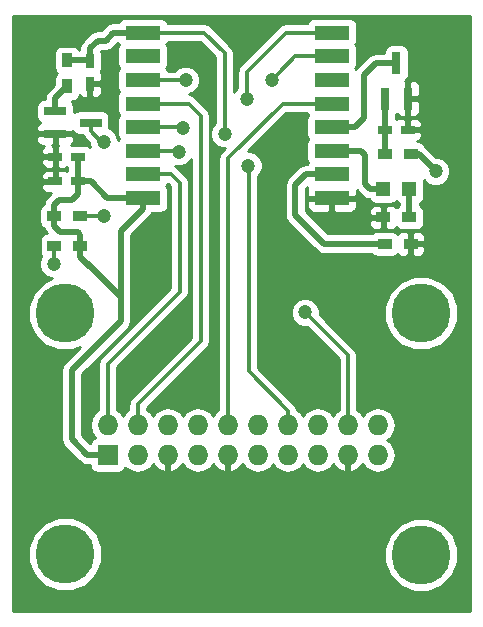
<source format=gbr>
G04 #@! TF.FileFunction,Copper,L1,Top,Signal*
%FSLAX46Y46*%
G04 Gerber Fmt 4.6, Leading zero omitted, Abs format (unit mm)*
G04 Created by KiCad (PCBNEW 4.0.6) date 07/10/17 09:04:08*
%MOMM*%
%LPD*%
G01*
G04 APERTURE LIST*
%ADD10C,0.100000*%
%ADD11C,5.000000*%
%ADD12R,1.727200X1.727200*%
%ADD13O,1.727200X1.727200*%
%ADD14R,3.000000X1.200000*%
%ADD15R,0.750000X1.200000*%
%ADD16R,1.200000X0.750000*%
%ADD17R,1.200000X1.200000*%
%ADD18R,1.900000X0.800000*%
%ADD19R,0.800000X1.900000*%
%ADD20R,0.900000X1.200000*%
%ADD21R,1.200000X0.900000*%
%ADD22C,1.200000*%
%ADD23C,0.500000*%
%ADD24C,0.300000*%
%ADD25C,0.254000*%
G04 APERTURE END LIST*
D10*
D11*
X164590000Y-144750000D03*
X134450000Y-144690000D03*
D12*
X138060000Y-136280000D03*
D13*
X138060000Y-133740000D03*
X140600000Y-136280000D03*
X140600000Y-133740000D03*
X143140000Y-136280000D03*
X143140000Y-133740000D03*
X145680000Y-136280000D03*
X145680000Y-133740000D03*
X148220000Y-136280000D03*
X148220000Y-133740000D03*
X150760000Y-136280000D03*
X150760000Y-133740000D03*
X153300000Y-136280000D03*
X153300000Y-133740000D03*
X155840000Y-136280000D03*
X155840000Y-133740000D03*
X158380000Y-136280000D03*
X158380000Y-133740000D03*
X160920000Y-136280000D03*
X160920000Y-133740000D03*
D14*
X141031100Y-114523600D03*
X157031100Y-114523600D03*
X141031100Y-112523600D03*
X157031100Y-112523600D03*
X141031100Y-110523600D03*
X157031100Y-110523600D03*
X141031100Y-108523600D03*
X157031100Y-108523600D03*
X141031100Y-106523600D03*
X157031100Y-106523600D03*
X141031100Y-104523600D03*
X157031100Y-104523600D03*
X141031100Y-102523600D03*
X157031100Y-102523600D03*
X141031100Y-100523600D03*
X157031100Y-100523600D03*
D11*
X164590000Y-124280000D03*
X134450000Y-124280000D03*
D15*
X136550000Y-102940000D03*
X136550000Y-104840000D03*
D16*
X161550000Y-108740000D03*
X163450000Y-108740000D03*
X135520000Y-111020000D03*
X133620000Y-111020000D03*
X135520000Y-113120000D03*
X133620000Y-113120000D03*
D17*
X161400000Y-113770000D03*
X163600000Y-113770000D03*
D18*
X133600000Y-107180000D03*
X133600000Y-109080000D03*
X136600000Y-108130000D03*
D19*
X161550000Y-106120000D03*
X163450000Y-106120000D03*
X162500000Y-103120000D03*
D20*
X134610000Y-105070000D03*
X134610000Y-102870000D03*
D21*
X135750000Y-118570000D03*
X133550000Y-118570000D03*
X161550000Y-110830000D03*
X163750000Y-110830000D03*
X133510000Y-116050000D03*
X135710000Y-116050000D03*
X161510000Y-118410000D03*
X163710000Y-118410000D03*
X163600000Y-116170000D03*
X161400000Y-116170000D03*
D22*
X147960000Y-109090000D03*
X149940000Y-111770000D03*
X152540000Y-141430000D03*
X150170000Y-141390000D03*
X147900000Y-141390000D03*
X145470000Y-141380000D03*
X143160000Y-141380000D03*
X144360000Y-131290000D03*
X144360000Y-125540000D03*
X141400000Y-127760000D03*
X140160000Y-128960000D03*
X141250000Y-118180000D03*
X141250000Y-119780000D03*
X136430000Y-131870000D03*
X136400000Y-130360000D03*
X132500000Y-130360000D03*
X159290000Y-122310000D03*
X157220000Y-122310000D03*
X157220000Y-120620000D03*
X159290000Y-120620000D03*
X159290000Y-116670000D03*
X157790000Y-116670000D03*
X167850000Y-104850000D03*
X149260000Y-100960000D03*
X167850000Y-102880000D03*
X167850000Y-100960000D03*
X166010000Y-99800000D03*
X163470000Y-99800000D03*
X160320000Y-99800000D03*
X150250000Y-99800000D03*
X147720000Y-99800000D03*
X130890000Y-104850000D03*
X130890000Y-102880000D03*
X130890000Y-100960000D03*
X132420000Y-99800000D03*
X134560000Y-99800000D03*
X136620000Y-99800000D03*
X138220000Y-102480000D03*
X144060000Y-110590000D03*
X144390000Y-108600000D03*
X149810000Y-106170000D03*
X151940000Y-104530000D03*
X154770000Y-124210000D03*
X165810000Y-112250000D03*
X133480000Y-120100000D03*
X137730000Y-109760000D03*
X144660000Y-104540000D03*
X137730000Y-116050000D03*
D23*
X137876078Y-101190000D02*
X138542478Y-100523600D01*
X136550000Y-102940000D02*
X136550000Y-101840000D01*
X136550000Y-101840000D02*
X137200000Y-101190000D01*
X137200000Y-101190000D02*
X137876078Y-101190000D01*
X138542478Y-100523600D02*
X139031100Y-100523600D01*
X139031100Y-100523600D02*
X141031100Y-100523600D01*
X134610000Y-102870000D02*
X136480000Y-102870000D01*
X136480000Y-102870000D02*
X136550000Y-102940000D01*
D24*
X147960000Y-102270000D02*
X146213600Y-100523600D01*
X146213600Y-100523600D02*
X141031100Y-100523600D01*
X147960000Y-109090000D02*
X147960000Y-102270000D01*
X149980000Y-129198686D02*
X149980000Y-111810000D01*
X149980000Y-111810000D02*
X149940000Y-111770000D01*
X153300000Y-133740000D02*
X153300000Y-132518686D01*
X153300000Y-132518686D02*
X149980000Y-129198686D01*
X147900000Y-141390000D02*
X150170000Y-141390000D01*
X143160000Y-141380000D02*
X145470000Y-141380000D01*
X161220000Y-122310000D02*
X162380000Y-121150000D01*
X163710000Y-118410000D02*
X163710000Y-119160000D01*
X163710000Y-119160000D02*
X162380000Y-120490000D01*
X162380000Y-120490000D02*
X162380000Y-121150000D01*
X143620000Y-125540000D02*
X144360000Y-125540000D01*
X141400000Y-127760000D02*
X143620000Y-125540000D01*
X141400000Y-127760000D02*
X144363248Y-124796752D01*
X144363248Y-124796752D02*
X144496752Y-124796752D01*
X140160000Y-128960000D02*
X140200000Y-128960000D01*
X140200000Y-128960000D02*
X141400000Y-127760000D01*
X141250000Y-119780000D02*
X141250000Y-118180000D01*
X136400000Y-130360000D02*
X136400000Y-131840000D01*
X136400000Y-131840000D02*
X136430000Y-131870000D01*
X137360000Y-139570000D02*
X132500000Y-134710000D01*
X132500000Y-134710000D02*
X132500000Y-130360000D01*
X141350000Y-139570000D02*
X137360000Y-139570000D01*
X143140000Y-137780000D02*
X141350000Y-139570000D01*
X143140000Y-137501314D02*
X143140000Y-137780000D01*
X143140000Y-136280000D02*
X143140000Y-137501314D01*
X159390000Y-122310000D02*
X161220000Y-122310000D01*
X157220000Y-121468528D02*
X157220000Y-122310000D01*
X157220000Y-120620000D02*
X157220000Y-121468528D01*
X159290000Y-120620000D02*
X157220000Y-120620000D01*
X157000000Y-115850000D02*
X157790000Y-116640000D01*
X157000000Y-115454700D02*
X157000000Y-115850000D01*
X157031100Y-114523600D02*
X157031100Y-115423600D01*
X157031100Y-115423600D02*
X157000000Y-115454700D01*
X150250000Y-99760000D02*
X150250000Y-99970000D01*
X150250000Y-99970000D02*
X149260000Y-100960000D01*
X167850000Y-103010000D02*
X167850000Y-103858528D01*
X167850000Y-103858528D02*
X165588528Y-106120000D01*
X165588528Y-106120000D02*
X164150000Y-106120000D01*
X164150000Y-106120000D02*
X163450000Y-106120000D01*
X166010000Y-99800000D02*
X166740000Y-99800000D01*
X166740000Y-99800000D02*
X167850000Y-100910000D01*
X161188528Y-99800000D02*
X163470000Y-99800000D01*
X160320000Y-99820000D02*
X161168528Y-99820000D01*
X161168528Y-99820000D02*
X161188528Y-99800000D01*
X148568528Y-99760000D02*
X150250000Y-99760000D01*
X147720000Y-99760000D02*
X148568528Y-99760000D01*
X130860000Y-102880000D02*
X130860000Y-104850000D01*
X132420000Y-99800000D02*
X132050000Y-99800000D01*
X132050000Y-99800000D02*
X130890000Y-100960000D01*
X136620000Y-99820000D02*
X134580000Y-99820000D01*
X134580000Y-99820000D02*
X134560000Y-99800000D01*
X138200000Y-104430000D02*
X138200000Y-102500000D01*
X138200000Y-102500000D02*
X138220000Y-102480000D01*
X137830000Y-104800000D02*
X138200000Y-104430000D01*
X137265000Y-104800000D02*
X137830000Y-104800000D01*
X136550000Y-104840000D02*
X137225000Y-104840000D01*
X137225000Y-104840000D02*
X137265000Y-104800000D01*
X163450000Y-106120000D02*
X163450000Y-108740000D01*
X133620000Y-111020000D02*
X133620000Y-109100000D01*
X133620000Y-109100000D02*
X133600000Y-109080000D01*
X133620000Y-111020000D02*
X133620000Y-113120000D01*
D23*
X161550000Y-110830000D02*
X161550000Y-108740000D01*
X161550000Y-106120000D02*
X161550000Y-108740000D01*
X135520000Y-113120000D02*
X135520000Y-111020000D01*
X138023600Y-114523600D02*
X141031100Y-114523600D01*
D24*
X138070000Y-114523600D02*
X141031100Y-114523600D01*
D23*
X135520000Y-113120000D02*
X136620000Y-113120000D01*
X136620000Y-113120000D02*
X138023600Y-114523600D01*
X138023600Y-114523600D02*
X138070000Y-114523600D01*
X135520000Y-114170000D02*
X135520000Y-113120000D01*
X133960000Y-114650000D02*
X135040000Y-114650000D01*
X135040000Y-114650000D02*
X135520000Y-114170000D01*
X133510000Y-116050000D02*
X133510000Y-115100000D01*
X133510000Y-115100000D02*
X133960000Y-114650000D01*
X133960000Y-114650000D02*
X134160000Y-114650000D01*
X133510000Y-116850000D02*
X133510000Y-116050000D01*
X135750000Y-118570000D02*
X135750000Y-117620000D01*
X135750000Y-117620000D02*
X135500000Y-117370000D01*
X135500000Y-117370000D02*
X134030000Y-117370000D01*
X134030000Y-117370000D02*
X133510000Y-116850000D01*
X135750000Y-118570000D02*
X135750000Y-119520000D01*
X135750000Y-119520000D02*
X139150000Y-122920000D01*
X139150000Y-122920000D02*
X139150000Y-124950000D01*
X141031100Y-114523600D02*
X141031100Y-115423600D01*
X139150000Y-124950000D02*
X139150000Y-117304700D01*
X139150000Y-117304700D02*
X141031100Y-115423600D01*
X135010000Y-134950000D02*
X135010000Y-129090000D01*
X135010000Y-129090000D02*
X139150000Y-124950000D01*
X138060000Y-136280000D02*
X136340000Y-136280000D01*
X136340000Y-136280000D02*
X135010000Y-134950000D01*
D24*
X139150000Y-117304700D02*
X139150000Y-122720000D01*
X139150000Y-124950000D02*
X139150000Y-122720000D01*
X139150000Y-122720000D02*
X135750000Y-119320000D01*
X135750000Y-119320000D02*
X135750000Y-118570000D01*
X138060000Y-136280000D02*
X136896400Y-136280000D01*
X134160000Y-114650000D02*
X135040000Y-114650000D01*
D23*
X159880000Y-113350000D02*
X159880000Y-110880000D01*
X159880000Y-110880000D02*
X159523600Y-110523600D01*
X161400000Y-113770000D02*
X160300000Y-113770000D01*
X160300000Y-113770000D02*
X159880000Y-113350000D01*
X159880000Y-113350000D02*
X159880000Y-113150000D01*
X157031100Y-110523600D02*
X159523600Y-110523600D01*
D24*
X159880000Y-113150000D02*
X159880000Y-110880000D01*
D23*
X163600000Y-113770000D02*
X163600000Y-116170000D01*
D24*
X138060000Y-133740000D02*
X138060000Y-128540000D01*
X138060000Y-128540000D02*
X144150000Y-122450000D01*
X144150000Y-122450000D02*
X144150000Y-113220000D01*
X144150000Y-113220000D02*
X143453600Y-112523600D01*
X143453600Y-112523600D02*
X141031100Y-112523600D01*
X141031100Y-106523600D02*
X144913600Y-106523600D01*
X144913600Y-106523600D02*
X145930000Y-107540000D01*
X145930000Y-107540000D02*
X145930000Y-126670000D01*
X145930000Y-126670000D02*
X140600000Y-132000000D01*
X140600000Y-132000000D02*
X140600000Y-133740000D01*
X143993600Y-110523600D02*
X141031100Y-110523600D01*
X144060000Y-110590000D02*
X143993600Y-110523600D01*
X144313600Y-108523600D02*
X141031100Y-108523600D01*
X144390000Y-108600000D02*
X144313600Y-108523600D01*
X148220000Y-133740000D02*
X148220000Y-111170000D01*
X152866400Y-106523600D02*
X157031100Y-106523600D01*
X148220000Y-111170000D02*
X152866400Y-106523600D01*
X153120000Y-100530000D02*
X149810000Y-103840000D01*
X149810000Y-103840000D02*
X149810000Y-106170000D01*
X155224700Y-100530000D02*
X153120000Y-100530000D01*
X157031100Y-100523600D02*
X155231100Y-100523600D01*
X155231100Y-100523600D02*
X155224700Y-100530000D01*
X152539999Y-103920001D02*
X153936400Y-102523600D01*
X153936400Y-102523600D02*
X157031100Y-102523600D01*
X151940000Y-104530000D02*
X152539999Y-103930001D01*
X152539999Y-103930001D02*
X152539999Y-103920001D01*
X158390000Y-127830000D02*
X154770000Y-124210000D01*
X158390000Y-132508686D02*
X158390000Y-127830000D01*
X158380000Y-133740000D02*
X158380000Y-132518686D01*
X158380000Y-132518686D02*
X158390000Y-132508686D01*
D23*
X133600000Y-107180000D02*
X133600000Y-106080000D01*
X133600000Y-106080000D02*
X134610000Y-105070000D01*
X163750000Y-110830000D02*
X164390000Y-110830000D01*
X164390000Y-110830000D02*
X165810000Y-112250000D01*
D24*
X133480000Y-120100000D02*
X133480000Y-118640000D01*
X133480000Y-118640000D02*
X133550000Y-118570000D01*
X137530000Y-109760000D02*
X137730000Y-109760000D01*
X136600000Y-108130000D02*
X136600000Y-108830000D01*
X136600000Y-108830000D02*
X137530000Y-109760000D01*
D23*
X160740000Y-103120000D02*
X162500000Y-103120000D01*
X159780000Y-107774700D02*
X159780000Y-104080000D01*
X159780000Y-104080000D02*
X160740000Y-103120000D01*
X157031100Y-108523600D02*
X159031100Y-108523600D01*
X159031100Y-108523600D02*
X159780000Y-107774700D01*
X159780000Y-107774700D02*
X159780000Y-107574700D01*
D24*
X159780000Y-107574700D02*
X159780000Y-104080000D01*
X144660000Y-104540000D02*
X141047500Y-104540000D01*
X141047500Y-104540000D02*
X141031100Y-104523600D01*
X135710000Y-116050000D02*
X137730000Y-116050000D01*
D23*
X157031100Y-112523600D02*
X154816400Y-112523600D01*
X153940000Y-115970000D02*
X153940000Y-113400000D01*
X153940000Y-113400000D02*
X154816400Y-112523600D01*
X161510000Y-118410000D02*
X156380000Y-118410000D01*
X156380000Y-118410000D02*
X153940000Y-115970000D01*
D25*
G36*
X168760000Y-99116651D02*
X168760000Y-149450000D01*
X130040000Y-149450000D01*
X130040000Y-149190000D01*
X130039005Y-149185000D01*
X130040000Y-149180000D01*
X130040000Y-145310854D01*
X131314457Y-145310854D01*
X131790727Y-146463515D01*
X132671847Y-147346174D01*
X133823674Y-147824454D01*
X135070854Y-147825543D01*
X136223515Y-147349273D01*
X137106174Y-146468153D01*
X137561812Y-145370854D01*
X161454457Y-145370854D01*
X161930727Y-146523515D01*
X162811847Y-147406174D01*
X163963674Y-147884454D01*
X165210854Y-147885543D01*
X166363515Y-147409273D01*
X167246174Y-146528153D01*
X167724454Y-145376326D01*
X167725543Y-144129146D01*
X167249273Y-142976485D01*
X166368153Y-142093826D01*
X165216326Y-141615546D01*
X163969146Y-141614457D01*
X162816485Y-142090727D01*
X161933826Y-142971847D01*
X161455546Y-144123674D01*
X161454457Y-145370854D01*
X137561812Y-145370854D01*
X137584454Y-145316326D01*
X137585543Y-144069146D01*
X137109273Y-142916485D01*
X136228153Y-142033826D01*
X135076326Y-141555546D01*
X133829146Y-141554457D01*
X132676485Y-142030727D01*
X131793826Y-142911847D01*
X131315546Y-144063674D01*
X131314457Y-145310854D01*
X130040000Y-145310854D01*
X130040000Y-124900854D01*
X131314457Y-124900854D01*
X131790727Y-126053515D01*
X132671847Y-126936174D01*
X133823674Y-127414454D01*
X135070854Y-127415543D01*
X135687790Y-127160630D01*
X134384210Y-128464210D01*
X134192367Y-128751325D01*
X134192367Y-128751326D01*
X134124999Y-129090000D01*
X134125000Y-129090005D01*
X134125000Y-134949995D01*
X134124999Y-134950000D01*
X134178772Y-135220330D01*
X134192367Y-135288675D01*
X134263411Y-135395000D01*
X134384210Y-135575790D01*
X135714208Y-136905787D01*
X135714210Y-136905790D01*
X136001325Y-137097633D01*
X136057516Y-137108810D01*
X136340000Y-137165001D01*
X136340005Y-137165000D01*
X136552987Y-137165000D01*
X136593238Y-137378917D01*
X136732310Y-137595041D01*
X136944510Y-137740031D01*
X137196400Y-137791040D01*
X138923600Y-137791040D01*
X139158917Y-137746762D01*
X139375041Y-137607690D01*
X139520031Y-137395490D01*
X139528908Y-137351655D01*
X139997152Y-137664526D01*
X140570641Y-137778600D01*
X140629359Y-137778600D01*
X141202848Y-137664526D01*
X141689029Y-137339670D01*
X141869992Y-137068839D01*
X142251510Y-137486821D01*
X142780973Y-137734968D01*
X143013000Y-137614469D01*
X143013000Y-136407000D01*
X142993000Y-136407000D01*
X142993000Y-136153000D01*
X143013000Y-136153000D01*
X143013000Y-136133000D01*
X143267000Y-136133000D01*
X143267000Y-136153000D01*
X143287000Y-136153000D01*
X143287000Y-136407000D01*
X143267000Y-136407000D01*
X143267000Y-137614469D01*
X143499027Y-137734968D01*
X144028490Y-137486821D01*
X144410008Y-137068839D01*
X144590971Y-137339670D01*
X145077152Y-137664526D01*
X145650641Y-137778600D01*
X145709359Y-137778600D01*
X146282848Y-137664526D01*
X146769029Y-137339670D01*
X146949992Y-137068839D01*
X147331510Y-137486821D01*
X147860973Y-137734968D01*
X148093000Y-137614469D01*
X148093000Y-136407000D01*
X148073000Y-136407000D01*
X148073000Y-136153000D01*
X148093000Y-136153000D01*
X148093000Y-136133000D01*
X148347000Y-136133000D01*
X148347000Y-136153000D01*
X148367000Y-136153000D01*
X148367000Y-136407000D01*
X148347000Y-136407000D01*
X148347000Y-137614469D01*
X148579027Y-137734968D01*
X149108490Y-137486821D01*
X149490008Y-137068839D01*
X149670971Y-137339670D01*
X150157152Y-137664526D01*
X150730641Y-137778600D01*
X150789359Y-137778600D01*
X151362848Y-137664526D01*
X151849029Y-137339670D01*
X152030000Y-137068828D01*
X152210971Y-137339670D01*
X152697152Y-137664526D01*
X153270641Y-137778600D01*
X153329359Y-137778600D01*
X153902848Y-137664526D01*
X154389029Y-137339670D01*
X154570000Y-137068828D01*
X154750971Y-137339670D01*
X155237152Y-137664526D01*
X155810641Y-137778600D01*
X155869359Y-137778600D01*
X156442848Y-137664526D01*
X156929029Y-137339670D01*
X157109992Y-137068839D01*
X157491510Y-137486821D01*
X158020973Y-137734968D01*
X158253000Y-137614469D01*
X158253000Y-136407000D01*
X158233000Y-136407000D01*
X158233000Y-136153000D01*
X158253000Y-136153000D01*
X158253000Y-136133000D01*
X158507000Y-136133000D01*
X158507000Y-136153000D01*
X158527000Y-136153000D01*
X158527000Y-136407000D01*
X158507000Y-136407000D01*
X158507000Y-137614469D01*
X158739027Y-137734968D01*
X159268490Y-137486821D01*
X159650008Y-137068839D01*
X159830971Y-137339670D01*
X160317152Y-137664526D01*
X160890641Y-137778600D01*
X160949359Y-137778600D01*
X161522848Y-137664526D01*
X162009029Y-137339670D01*
X162333885Y-136853489D01*
X162447959Y-136280000D01*
X162333885Y-135706511D01*
X162009029Y-135220330D01*
X161694248Y-135010000D01*
X162009029Y-134799670D01*
X162333885Y-134313489D01*
X162447959Y-133740000D01*
X162333885Y-133166511D01*
X162009029Y-132680330D01*
X161522848Y-132355474D01*
X160949359Y-132241400D01*
X160890641Y-132241400D01*
X160317152Y-132355474D01*
X159830971Y-132680330D01*
X159650000Y-132951172D01*
X159469029Y-132680330D01*
X159175000Y-132483866D01*
X159175000Y-127830000D01*
X159115245Y-127529594D01*
X159115245Y-127529593D01*
X158945079Y-127274921D01*
X156571012Y-124900854D01*
X161454457Y-124900854D01*
X161930727Y-126053515D01*
X162811847Y-126936174D01*
X163963674Y-127414454D01*
X165210854Y-127415543D01*
X166363515Y-126939273D01*
X167246174Y-126058153D01*
X167724454Y-124906326D01*
X167725543Y-123659146D01*
X167249273Y-122506485D01*
X166368153Y-121623826D01*
X165216326Y-121145546D01*
X163969146Y-121144457D01*
X162816485Y-121620727D01*
X161933826Y-122501847D01*
X161455546Y-123653674D01*
X161454457Y-124900854D01*
X156571012Y-124900854D01*
X156004892Y-124334734D01*
X156005214Y-123965421D01*
X155817592Y-123511343D01*
X155470485Y-123163629D01*
X155016734Y-122975215D01*
X154525421Y-122974786D01*
X154071343Y-123162408D01*
X153723629Y-123509515D01*
X153535215Y-123963266D01*
X153534786Y-124454579D01*
X153722408Y-124908657D01*
X154069515Y-125256371D01*
X154523266Y-125444785D01*
X154894952Y-125445110D01*
X157605000Y-128155158D01*
X157605000Y-132468413D01*
X157604521Y-132470823D01*
X157290971Y-132680330D01*
X157110000Y-132951172D01*
X156929029Y-132680330D01*
X156442848Y-132355474D01*
X155869359Y-132241400D01*
X155810641Y-132241400D01*
X155237152Y-132355474D01*
X154750971Y-132680330D01*
X154570000Y-132951172D01*
X154389029Y-132680330D01*
X154075479Y-132470823D01*
X154025245Y-132218280D01*
X154025245Y-132218279D01*
X153855079Y-131963607D01*
X150765000Y-128873528D01*
X150765000Y-112691470D01*
X150986371Y-112470485D01*
X151174785Y-112016734D01*
X151175214Y-111525421D01*
X150987592Y-111071343D01*
X150640485Y-110723629D01*
X150186734Y-110535215D01*
X149965136Y-110535022D01*
X153191558Y-107308600D01*
X154918470Y-107308600D01*
X154927938Y-107358917D01*
X155034859Y-107525077D01*
X154934669Y-107671710D01*
X154883660Y-107923600D01*
X154883660Y-109123600D01*
X154927938Y-109358917D01*
X155034859Y-109525077D01*
X154934669Y-109671710D01*
X154883660Y-109923600D01*
X154883660Y-111123600D01*
X154927938Y-111358917D01*
X155034859Y-111525077D01*
X154957292Y-111638600D01*
X154816405Y-111638600D01*
X154816400Y-111638599D01*
X154533916Y-111694790D01*
X154477725Y-111705967D01*
X154190610Y-111897810D01*
X154190608Y-111897813D01*
X153314210Y-112774210D01*
X153122367Y-113061325D01*
X153122367Y-113061326D01*
X153054999Y-113400000D01*
X153055000Y-113400005D01*
X153055000Y-115969995D01*
X153054999Y-115970000D01*
X153105566Y-116224210D01*
X153122367Y-116308675D01*
X153240183Y-116485000D01*
X153314210Y-116595790D01*
X155754208Y-119035787D01*
X155754210Y-119035790D01*
X156029451Y-119219699D01*
X156041325Y-119227633D01*
X156380000Y-119295001D01*
X156380005Y-119295000D01*
X160435331Y-119295000D01*
X160445910Y-119311441D01*
X160658110Y-119456431D01*
X160910000Y-119507440D01*
X162110000Y-119507440D01*
X162345317Y-119463162D01*
X162561441Y-119324090D01*
X162607969Y-119255994D01*
X162750302Y-119398327D01*
X162983691Y-119495000D01*
X163424250Y-119495000D01*
X163583000Y-119336250D01*
X163583000Y-118537000D01*
X163837000Y-118537000D01*
X163837000Y-119336250D01*
X163995750Y-119495000D01*
X164436309Y-119495000D01*
X164669698Y-119398327D01*
X164848327Y-119219699D01*
X164945000Y-118986310D01*
X164945000Y-118695750D01*
X164786250Y-118537000D01*
X163837000Y-118537000D01*
X163583000Y-118537000D01*
X163563000Y-118537000D01*
X163563000Y-118283000D01*
X163583000Y-118283000D01*
X163583000Y-117483750D01*
X163837000Y-117483750D01*
X163837000Y-118283000D01*
X164786250Y-118283000D01*
X164945000Y-118124250D01*
X164945000Y-117833690D01*
X164848327Y-117600301D01*
X164669698Y-117421673D01*
X164436309Y-117325000D01*
X163995750Y-117325000D01*
X163837000Y-117483750D01*
X163583000Y-117483750D01*
X163424250Y-117325000D01*
X162983691Y-117325000D01*
X162750302Y-117421673D01*
X162609064Y-117562910D01*
X162574090Y-117508559D01*
X162361890Y-117363569D01*
X162110000Y-117312560D01*
X160910000Y-117312560D01*
X160674683Y-117356838D01*
X160458559Y-117495910D01*
X160438683Y-117525000D01*
X156746579Y-117525000D01*
X155677330Y-116455750D01*
X160165000Y-116455750D01*
X160165000Y-116746310D01*
X160261673Y-116979699D01*
X160440302Y-117158327D01*
X160673691Y-117255000D01*
X161114250Y-117255000D01*
X161273000Y-117096250D01*
X161273000Y-116297000D01*
X160323750Y-116297000D01*
X160165000Y-116455750D01*
X155677330Y-116455750D01*
X154825000Y-115603420D01*
X154825000Y-114809350D01*
X154896100Y-114809350D01*
X154896100Y-115249910D01*
X154992773Y-115483299D01*
X155171402Y-115661927D01*
X155404791Y-115758600D01*
X156745350Y-115758600D01*
X156904100Y-115599850D01*
X156904100Y-114650600D01*
X157158100Y-114650600D01*
X157158100Y-115599850D01*
X157316850Y-115758600D01*
X158657409Y-115758600D01*
X158890798Y-115661927D01*
X158959035Y-115593690D01*
X160165000Y-115593690D01*
X160165000Y-115884250D01*
X160323750Y-116043000D01*
X161273000Y-116043000D01*
X161273000Y-115243750D01*
X161114250Y-115085000D01*
X160673691Y-115085000D01*
X160440302Y-115181673D01*
X160261673Y-115360301D01*
X160165000Y-115593690D01*
X158959035Y-115593690D01*
X159069427Y-115483299D01*
X159166100Y-115249910D01*
X159166100Y-114809350D01*
X159007350Y-114650600D01*
X157158100Y-114650600D01*
X156904100Y-114650600D01*
X155054850Y-114650600D01*
X154896100Y-114809350D01*
X154825000Y-114809350D01*
X154825000Y-113766580D01*
X154968091Y-113623489D01*
X154896100Y-113797290D01*
X154896100Y-114237850D01*
X155054850Y-114396600D01*
X156904100Y-114396600D01*
X156904100Y-114376600D01*
X157158100Y-114376600D01*
X157158100Y-114396600D01*
X159007350Y-114396600D01*
X159166100Y-114237850D01*
X159166100Y-113843923D01*
X159249353Y-113968521D01*
X159254210Y-113975790D01*
X159674208Y-114395787D01*
X159674210Y-114395790D01*
X159961325Y-114587633D01*
X160017516Y-114598810D01*
X160218359Y-114638761D01*
X160335910Y-114821441D01*
X160548110Y-114966431D01*
X160800000Y-115017440D01*
X162000000Y-115017440D01*
X162235317Y-114973162D01*
X162451441Y-114834090D01*
X162499134Y-114764289D01*
X162535910Y-114821441D01*
X162715000Y-114943808D01*
X162715000Y-115148808D01*
X162548559Y-115255910D01*
X162502031Y-115324006D01*
X162359698Y-115181673D01*
X162126309Y-115085000D01*
X161685750Y-115085000D01*
X161527000Y-115243750D01*
X161527000Y-116043000D01*
X161547000Y-116043000D01*
X161547000Y-116297000D01*
X161527000Y-116297000D01*
X161527000Y-117096250D01*
X161685750Y-117255000D01*
X162126309Y-117255000D01*
X162359698Y-117158327D01*
X162500936Y-117017090D01*
X162535910Y-117071441D01*
X162748110Y-117216431D01*
X163000000Y-117267440D01*
X164200000Y-117267440D01*
X164435317Y-117223162D01*
X164651441Y-117084090D01*
X164796431Y-116871890D01*
X164847440Y-116620000D01*
X164847440Y-115720000D01*
X164803162Y-115484683D01*
X164664090Y-115268559D01*
X164485000Y-115146192D01*
X164485000Y-114941192D01*
X164651441Y-114834090D01*
X164796431Y-114621890D01*
X164847440Y-114370000D01*
X164847440Y-113170000D01*
X164815868Y-113002211D01*
X165109515Y-113296371D01*
X165563266Y-113484785D01*
X166054579Y-113485214D01*
X166508657Y-113297592D01*
X166856371Y-112950485D01*
X167044785Y-112496734D01*
X167045214Y-112005421D01*
X166857592Y-111551343D01*
X166510485Y-111203629D01*
X166056734Y-111015215D01*
X165826593Y-111015014D01*
X165015790Y-110204210D01*
X164956967Y-110164906D01*
X164953162Y-110144683D01*
X164814090Y-109928559D01*
X164601890Y-109783569D01*
X164350000Y-109732560D01*
X164218413Y-109732560D01*
X164409698Y-109653327D01*
X164588327Y-109474699D01*
X164685000Y-109241310D01*
X164685000Y-109025750D01*
X164526250Y-108867000D01*
X163577000Y-108867000D01*
X163577000Y-108887000D01*
X163323000Y-108887000D01*
X163323000Y-108867000D01*
X163303000Y-108867000D01*
X163303000Y-108613000D01*
X163323000Y-108613000D01*
X163323000Y-107888750D01*
X163577000Y-107888750D01*
X163577000Y-108613000D01*
X164526250Y-108613000D01*
X164685000Y-108454250D01*
X164685000Y-108238690D01*
X164588327Y-108005301D01*
X164409698Y-107826673D01*
X164176309Y-107730000D01*
X163735750Y-107730000D01*
X163577000Y-107888750D01*
X163323000Y-107888750D01*
X163164250Y-107730000D01*
X162723691Y-107730000D01*
X162490302Y-107826673D01*
X162488932Y-107828043D01*
X162435000Y-107791192D01*
X162435000Y-107484975D01*
X162496990Y-107394250D01*
X162511673Y-107429698D01*
X162690301Y-107608327D01*
X162923690Y-107705000D01*
X163164250Y-107705000D01*
X163323000Y-107546250D01*
X163323000Y-106247000D01*
X163577000Y-106247000D01*
X163577000Y-107546250D01*
X163735750Y-107705000D01*
X163976310Y-107705000D01*
X164209699Y-107608327D01*
X164388327Y-107429698D01*
X164485000Y-107196309D01*
X164485000Y-106405750D01*
X164326250Y-106247000D01*
X163577000Y-106247000D01*
X163323000Y-106247000D01*
X163303000Y-106247000D01*
X163303000Y-105993000D01*
X163323000Y-105993000D01*
X163323000Y-104693750D01*
X163577000Y-104693750D01*
X163577000Y-105993000D01*
X164326250Y-105993000D01*
X164485000Y-105834250D01*
X164485000Y-105043691D01*
X164388327Y-104810302D01*
X164209699Y-104631673D01*
X163976310Y-104535000D01*
X163735750Y-104535000D01*
X163577000Y-104693750D01*
X163323000Y-104693750D01*
X163236988Y-104607738D01*
X163351441Y-104534090D01*
X163496431Y-104321890D01*
X163547440Y-104070000D01*
X163547440Y-102170000D01*
X163503162Y-101934683D01*
X163364090Y-101718559D01*
X163151890Y-101573569D01*
X162900000Y-101522560D01*
X162100000Y-101522560D01*
X161864683Y-101566838D01*
X161648559Y-101705910D01*
X161503569Y-101918110D01*
X161452560Y-102170000D01*
X161452560Y-102235000D01*
X160740005Y-102235000D01*
X160740000Y-102234999D01*
X160457516Y-102291190D01*
X160401325Y-102302367D01*
X160114210Y-102494210D01*
X160114208Y-102494213D01*
X159154210Y-103454210D01*
X159067320Y-103584251D01*
X159027341Y-103522123D01*
X159127531Y-103375490D01*
X159178540Y-103123600D01*
X159178540Y-101923600D01*
X159134262Y-101688283D01*
X159027341Y-101522123D01*
X159127531Y-101375490D01*
X159178540Y-101123600D01*
X159178540Y-99923600D01*
X159134262Y-99688283D01*
X158995190Y-99472159D01*
X158782990Y-99327169D01*
X158531100Y-99276160D01*
X155531100Y-99276160D01*
X155295783Y-99320438D01*
X155079659Y-99459510D01*
X154934669Y-99671710D01*
X154919827Y-99745000D01*
X153120000Y-99745000D01*
X152819594Y-99804755D01*
X152564921Y-99974921D01*
X149254921Y-103284921D01*
X149084755Y-103539593D01*
X149048494Y-103721890D01*
X149025000Y-103840000D01*
X149025000Y-105208600D01*
X148763629Y-105469515D01*
X148745000Y-105514379D01*
X148745000Y-102270005D01*
X148745001Y-102270000D01*
X148685245Y-101969594D01*
X148515079Y-101714921D01*
X146768679Y-99968521D01*
X146514007Y-99798355D01*
X146213600Y-99738600D01*
X143143730Y-99738600D01*
X143134262Y-99688283D01*
X142995190Y-99472159D01*
X142782990Y-99327169D01*
X142531100Y-99276160D01*
X139531100Y-99276160D01*
X139295783Y-99320438D01*
X139079659Y-99459510D01*
X138957292Y-99638600D01*
X138542483Y-99638600D01*
X138542478Y-99638599D01*
X138259994Y-99694790D01*
X138203803Y-99705967D01*
X137916688Y-99897810D01*
X137916686Y-99897813D01*
X137509498Y-100305000D01*
X137200005Y-100305000D01*
X137200000Y-100304999D01*
X136917516Y-100361190D01*
X136861325Y-100372367D01*
X136574210Y-100564210D01*
X136574208Y-100564213D01*
X135924210Y-101214210D01*
X135732367Y-101501325D01*
X135732367Y-101501326D01*
X135664999Y-101840000D01*
X135665000Y-101840005D01*
X135665000Y-101961614D01*
X135649021Y-101985000D01*
X135631192Y-101985000D01*
X135524090Y-101818559D01*
X135311890Y-101673569D01*
X135060000Y-101622560D01*
X134160000Y-101622560D01*
X133924683Y-101666838D01*
X133708559Y-101805910D01*
X133563569Y-102018110D01*
X133512560Y-102270000D01*
X133512560Y-103470000D01*
X133556838Y-103705317D01*
X133695910Y-103921441D01*
X133765711Y-103969134D01*
X133708559Y-104005910D01*
X133563569Y-104218110D01*
X133512560Y-104470000D01*
X133512560Y-104915861D01*
X132974210Y-105454210D01*
X132782367Y-105741325D01*
X132771190Y-105797516D01*
X132714999Y-106080000D01*
X132715000Y-106080005D01*
X132715000Y-106132560D01*
X132650000Y-106132560D01*
X132414683Y-106176838D01*
X132198559Y-106315910D01*
X132053569Y-106528110D01*
X132002560Y-106780000D01*
X132002560Y-107580000D01*
X132046838Y-107815317D01*
X132185910Y-108031441D01*
X132325750Y-108126990D01*
X132290302Y-108141673D01*
X132111673Y-108320301D01*
X132015000Y-108553690D01*
X132015000Y-108794250D01*
X132173750Y-108953000D01*
X133473000Y-108953000D01*
X133473000Y-108933000D01*
X133727000Y-108933000D01*
X133727000Y-108953000D01*
X135026250Y-108953000D01*
X135112262Y-108866988D01*
X135185910Y-108981441D01*
X135398110Y-109126431D01*
X135650000Y-109177440D01*
X135906181Y-109177440D01*
X136044921Y-109385079D01*
X136494934Y-109835092D01*
X136494786Y-110004579D01*
X136568458Y-110182878D01*
X136371890Y-110048569D01*
X136120000Y-109997560D01*
X134930465Y-109997560D01*
X135088327Y-109839699D01*
X135185000Y-109606310D01*
X135185000Y-109365750D01*
X135026250Y-109207000D01*
X133727000Y-109207000D01*
X133727000Y-109956250D01*
X133843250Y-110072500D01*
X133747000Y-110168750D01*
X133747000Y-110893000D01*
X133767000Y-110893000D01*
X133767000Y-111147000D01*
X133747000Y-111147000D01*
X133747000Y-111871250D01*
X133905750Y-112030000D01*
X134346309Y-112030000D01*
X134579698Y-111933327D01*
X134581068Y-111931957D01*
X134635000Y-111968808D01*
X134635000Y-112173808D01*
X134581354Y-112208329D01*
X134579698Y-112206673D01*
X134346309Y-112110000D01*
X133905750Y-112110000D01*
X133747000Y-112268750D01*
X133747000Y-112993000D01*
X133767000Y-112993000D01*
X133767000Y-113247000D01*
X133747000Y-113247000D01*
X133747000Y-113267000D01*
X133493000Y-113267000D01*
X133493000Y-113247000D01*
X132543750Y-113247000D01*
X132385000Y-113405750D01*
X132385000Y-113621310D01*
X132481673Y-113854699D01*
X132660302Y-114033327D01*
X132893691Y-114130000D01*
X133228421Y-114130000D01*
X132884210Y-114474210D01*
X132692367Y-114761325D01*
X132682814Y-114809350D01*
X132641239Y-115018359D01*
X132458559Y-115135910D01*
X132313569Y-115348110D01*
X132262560Y-115600000D01*
X132262560Y-116500000D01*
X132306838Y-116735317D01*
X132445910Y-116951441D01*
X132658110Y-117096431D01*
X132674686Y-117099788D01*
X132692367Y-117188675D01*
X132882052Y-117472560D01*
X132884210Y-117475790D01*
X132891910Y-117483490D01*
X132714683Y-117516838D01*
X132498559Y-117655910D01*
X132353569Y-117868110D01*
X132302560Y-118120000D01*
X132302560Y-119020000D01*
X132346838Y-119255317D01*
X132437281Y-119395869D01*
X132433629Y-119399515D01*
X132245215Y-119853266D01*
X132244786Y-120344579D01*
X132432408Y-120798657D01*
X132779515Y-121146371D01*
X133233266Y-121334785D01*
X133368232Y-121334903D01*
X132676485Y-121620727D01*
X131793826Y-122501847D01*
X131315546Y-123653674D01*
X131314457Y-124900854D01*
X130040000Y-124900854D01*
X130040000Y-112618690D01*
X132385000Y-112618690D01*
X132385000Y-112834250D01*
X132543750Y-112993000D01*
X133493000Y-112993000D01*
X133493000Y-112268750D01*
X133334250Y-112110000D01*
X132893691Y-112110000D01*
X132660302Y-112206673D01*
X132481673Y-112385301D01*
X132385000Y-112618690D01*
X130040000Y-112618690D01*
X130040000Y-111305750D01*
X132385000Y-111305750D01*
X132385000Y-111521310D01*
X132481673Y-111754699D01*
X132660302Y-111933327D01*
X132893691Y-112030000D01*
X133334250Y-112030000D01*
X133493000Y-111871250D01*
X133493000Y-111147000D01*
X132543750Y-111147000D01*
X132385000Y-111305750D01*
X130040000Y-111305750D01*
X130040000Y-109365750D01*
X132015000Y-109365750D01*
X132015000Y-109606310D01*
X132111673Y-109839699D01*
X132290302Y-110018327D01*
X132523691Y-110115000D01*
X132651975Y-110115000D01*
X132481673Y-110285301D01*
X132385000Y-110518690D01*
X132385000Y-110734250D01*
X132543750Y-110893000D01*
X133493000Y-110893000D01*
X133493000Y-110168750D01*
X133376750Y-110052500D01*
X133473000Y-109956250D01*
X133473000Y-109207000D01*
X132173750Y-109207000D01*
X132015000Y-109365750D01*
X130040000Y-109365750D01*
X130040000Y-99097354D01*
X168760000Y-99116651D01*
X168760000Y-99116651D01*
G37*
X168760000Y-99116651D02*
X168760000Y-149450000D01*
X130040000Y-149450000D01*
X130040000Y-149190000D01*
X130039005Y-149185000D01*
X130040000Y-149180000D01*
X130040000Y-145310854D01*
X131314457Y-145310854D01*
X131790727Y-146463515D01*
X132671847Y-147346174D01*
X133823674Y-147824454D01*
X135070854Y-147825543D01*
X136223515Y-147349273D01*
X137106174Y-146468153D01*
X137561812Y-145370854D01*
X161454457Y-145370854D01*
X161930727Y-146523515D01*
X162811847Y-147406174D01*
X163963674Y-147884454D01*
X165210854Y-147885543D01*
X166363515Y-147409273D01*
X167246174Y-146528153D01*
X167724454Y-145376326D01*
X167725543Y-144129146D01*
X167249273Y-142976485D01*
X166368153Y-142093826D01*
X165216326Y-141615546D01*
X163969146Y-141614457D01*
X162816485Y-142090727D01*
X161933826Y-142971847D01*
X161455546Y-144123674D01*
X161454457Y-145370854D01*
X137561812Y-145370854D01*
X137584454Y-145316326D01*
X137585543Y-144069146D01*
X137109273Y-142916485D01*
X136228153Y-142033826D01*
X135076326Y-141555546D01*
X133829146Y-141554457D01*
X132676485Y-142030727D01*
X131793826Y-142911847D01*
X131315546Y-144063674D01*
X131314457Y-145310854D01*
X130040000Y-145310854D01*
X130040000Y-124900854D01*
X131314457Y-124900854D01*
X131790727Y-126053515D01*
X132671847Y-126936174D01*
X133823674Y-127414454D01*
X135070854Y-127415543D01*
X135687790Y-127160630D01*
X134384210Y-128464210D01*
X134192367Y-128751325D01*
X134192367Y-128751326D01*
X134124999Y-129090000D01*
X134125000Y-129090005D01*
X134125000Y-134949995D01*
X134124999Y-134950000D01*
X134178772Y-135220330D01*
X134192367Y-135288675D01*
X134263411Y-135395000D01*
X134384210Y-135575790D01*
X135714208Y-136905787D01*
X135714210Y-136905790D01*
X136001325Y-137097633D01*
X136057516Y-137108810D01*
X136340000Y-137165001D01*
X136340005Y-137165000D01*
X136552987Y-137165000D01*
X136593238Y-137378917D01*
X136732310Y-137595041D01*
X136944510Y-137740031D01*
X137196400Y-137791040D01*
X138923600Y-137791040D01*
X139158917Y-137746762D01*
X139375041Y-137607690D01*
X139520031Y-137395490D01*
X139528908Y-137351655D01*
X139997152Y-137664526D01*
X140570641Y-137778600D01*
X140629359Y-137778600D01*
X141202848Y-137664526D01*
X141689029Y-137339670D01*
X141869992Y-137068839D01*
X142251510Y-137486821D01*
X142780973Y-137734968D01*
X143013000Y-137614469D01*
X143013000Y-136407000D01*
X142993000Y-136407000D01*
X142993000Y-136153000D01*
X143013000Y-136153000D01*
X143013000Y-136133000D01*
X143267000Y-136133000D01*
X143267000Y-136153000D01*
X143287000Y-136153000D01*
X143287000Y-136407000D01*
X143267000Y-136407000D01*
X143267000Y-137614469D01*
X143499027Y-137734968D01*
X144028490Y-137486821D01*
X144410008Y-137068839D01*
X144590971Y-137339670D01*
X145077152Y-137664526D01*
X145650641Y-137778600D01*
X145709359Y-137778600D01*
X146282848Y-137664526D01*
X146769029Y-137339670D01*
X146949992Y-137068839D01*
X147331510Y-137486821D01*
X147860973Y-137734968D01*
X148093000Y-137614469D01*
X148093000Y-136407000D01*
X148073000Y-136407000D01*
X148073000Y-136153000D01*
X148093000Y-136153000D01*
X148093000Y-136133000D01*
X148347000Y-136133000D01*
X148347000Y-136153000D01*
X148367000Y-136153000D01*
X148367000Y-136407000D01*
X148347000Y-136407000D01*
X148347000Y-137614469D01*
X148579027Y-137734968D01*
X149108490Y-137486821D01*
X149490008Y-137068839D01*
X149670971Y-137339670D01*
X150157152Y-137664526D01*
X150730641Y-137778600D01*
X150789359Y-137778600D01*
X151362848Y-137664526D01*
X151849029Y-137339670D01*
X152030000Y-137068828D01*
X152210971Y-137339670D01*
X152697152Y-137664526D01*
X153270641Y-137778600D01*
X153329359Y-137778600D01*
X153902848Y-137664526D01*
X154389029Y-137339670D01*
X154570000Y-137068828D01*
X154750971Y-137339670D01*
X155237152Y-137664526D01*
X155810641Y-137778600D01*
X155869359Y-137778600D01*
X156442848Y-137664526D01*
X156929029Y-137339670D01*
X157109992Y-137068839D01*
X157491510Y-137486821D01*
X158020973Y-137734968D01*
X158253000Y-137614469D01*
X158253000Y-136407000D01*
X158233000Y-136407000D01*
X158233000Y-136153000D01*
X158253000Y-136153000D01*
X158253000Y-136133000D01*
X158507000Y-136133000D01*
X158507000Y-136153000D01*
X158527000Y-136153000D01*
X158527000Y-136407000D01*
X158507000Y-136407000D01*
X158507000Y-137614469D01*
X158739027Y-137734968D01*
X159268490Y-137486821D01*
X159650008Y-137068839D01*
X159830971Y-137339670D01*
X160317152Y-137664526D01*
X160890641Y-137778600D01*
X160949359Y-137778600D01*
X161522848Y-137664526D01*
X162009029Y-137339670D01*
X162333885Y-136853489D01*
X162447959Y-136280000D01*
X162333885Y-135706511D01*
X162009029Y-135220330D01*
X161694248Y-135010000D01*
X162009029Y-134799670D01*
X162333885Y-134313489D01*
X162447959Y-133740000D01*
X162333885Y-133166511D01*
X162009029Y-132680330D01*
X161522848Y-132355474D01*
X160949359Y-132241400D01*
X160890641Y-132241400D01*
X160317152Y-132355474D01*
X159830971Y-132680330D01*
X159650000Y-132951172D01*
X159469029Y-132680330D01*
X159175000Y-132483866D01*
X159175000Y-127830000D01*
X159115245Y-127529594D01*
X159115245Y-127529593D01*
X158945079Y-127274921D01*
X156571012Y-124900854D01*
X161454457Y-124900854D01*
X161930727Y-126053515D01*
X162811847Y-126936174D01*
X163963674Y-127414454D01*
X165210854Y-127415543D01*
X166363515Y-126939273D01*
X167246174Y-126058153D01*
X167724454Y-124906326D01*
X167725543Y-123659146D01*
X167249273Y-122506485D01*
X166368153Y-121623826D01*
X165216326Y-121145546D01*
X163969146Y-121144457D01*
X162816485Y-121620727D01*
X161933826Y-122501847D01*
X161455546Y-123653674D01*
X161454457Y-124900854D01*
X156571012Y-124900854D01*
X156004892Y-124334734D01*
X156005214Y-123965421D01*
X155817592Y-123511343D01*
X155470485Y-123163629D01*
X155016734Y-122975215D01*
X154525421Y-122974786D01*
X154071343Y-123162408D01*
X153723629Y-123509515D01*
X153535215Y-123963266D01*
X153534786Y-124454579D01*
X153722408Y-124908657D01*
X154069515Y-125256371D01*
X154523266Y-125444785D01*
X154894952Y-125445110D01*
X157605000Y-128155158D01*
X157605000Y-132468413D01*
X157604521Y-132470823D01*
X157290971Y-132680330D01*
X157110000Y-132951172D01*
X156929029Y-132680330D01*
X156442848Y-132355474D01*
X155869359Y-132241400D01*
X155810641Y-132241400D01*
X155237152Y-132355474D01*
X154750971Y-132680330D01*
X154570000Y-132951172D01*
X154389029Y-132680330D01*
X154075479Y-132470823D01*
X154025245Y-132218280D01*
X154025245Y-132218279D01*
X153855079Y-131963607D01*
X150765000Y-128873528D01*
X150765000Y-112691470D01*
X150986371Y-112470485D01*
X151174785Y-112016734D01*
X151175214Y-111525421D01*
X150987592Y-111071343D01*
X150640485Y-110723629D01*
X150186734Y-110535215D01*
X149965136Y-110535022D01*
X153191558Y-107308600D01*
X154918470Y-107308600D01*
X154927938Y-107358917D01*
X155034859Y-107525077D01*
X154934669Y-107671710D01*
X154883660Y-107923600D01*
X154883660Y-109123600D01*
X154927938Y-109358917D01*
X155034859Y-109525077D01*
X154934669Y-109671710D01*
X154883660Y-109923600D01*
X154883660Y-111123600D01*
X154927938Y-111358917D01*
X155034859Y-111525077D01*
X154957292Y-111638600D01*
X154816405Y-111638600D01*
X154816400Y-111638599D01*
X154533916Y-111694790D01*
X154477725Y-111705967D01*
X154190610Y-111897810D01*
X154190608Y-111897813D01*
X153314210Y-112774210D01*
X153122367Y-113061325D01*
X153122367Y-113061326D01*
X153054999Y-113400000D01*
X153055000Y-113400005D01*
X153055000Y-115969995D01*
X153054999Y-115970000D01*
X153105566Y-116224210D01*
X153122367Y-116308675D01*
X153240183Y-116485000D01*
X153314210Y-116595790D01*
X155754208Y-119035787D01*
X155754210Y-119035790D01*
X156029451Y-119219699D01*
X156041325Y-119227633D01*
X156380000Y-119295001D01*
X156380005Y-119295000D01*
X160435331Y-119295000D01*
X160445910Y-119311441D01*
X160658110Y-119456431D01*
X160910000Y-119507440D01*
X162110000Y-119507440D01*
X162345317Y-119463162D01*
X162561441Y-119324090D01*
X162607969Y-119255994D01*
X162750302Y-119398327D01*
X162983691Y-119495000D01*
X163424250Y-119495000D01*
X163583000Y-119336250D01*
X163583000Y-118537000D01*
X163837000Y-118537000D01*
X163837000Y-119336250D01*
X163995750Y-119495000D01*
X164436309Y-119495000D01*
X164669698Y-119398327D01*
X164848327Y-119219699D01*
X164945000Y-118986310D01*
X164945000Y-118695750D01*
X164786250Y-118537000D01*
X163837000Y-118537000D01*
X163583000Y-118537000D01*
X163563000Y-118537000D01*
X163563000Y-118283000D01*
X163583000Y-118283000D01*
X163583000Y-117483750D01*
X163837000Y-117483750D01*
X163837000Y-118283000D01*
X164786250Y-118283000D01*
X164945000Y-118124250D01*
X164945000Y-117833690D01*
X164848327Y-117600301D01*
X164669698Y-117421673D01*
X164436309Y-117325000D01*
X163995750Y-117325000D01*
X163837000Y-117483750D01*
X163583000Y-117483750D01*
X163424250Y-117325000D01*
X162983691Y-117325000D01*
X162750302Y-117421673D01*
X162609064Y-117562910D01*
X162574090Y-117508559D01*
X162361890Y-117363569D01*
X162110000Y-117312560D01*
X160910000Y-117312560D01*
X160674683Y-117356838D01*
X160458559Y-117495910D01*
X160438683Y-117525000D01*
X156746579Y-117525000D01*
X155677330Y-116455750D01*
X160165000Y-116455750D01*
X160165000Y-116746310D01*
X160261673Y-116979699D01*
X160440302Y-117158327D01*
X160673691Y-117255000D01*
X161114250Y-117255000D01*
X161273000Y-117096250D01*
X161273000Y-116297000D01*
X160323750Y-116297000D01*
X160165000Y-116455750D01*
X155677330Y-116455750D01*
X154825000Y-115603420D01*
X154825000Y-114809350D01*
X154896100Y-114809350D01*
X154896100Y-115249910D01*
X154992773Y-115483299D01*
X155171402Y-115661927D01*
X155404791Y-115758600D01*
X156745350Y-115758600D01*
X156904100Y-115599850D01*
X156904100Y-114650600D01*
X157158100Y-114650600D01*
X157158100Y-115599850D01*
X157316850Y-115758600D01*
X158657409Y-115758600D01*
X158890798Y-115661927D01*
X158959035Y-115593690D01*
X160165000Y-115593690D01*
X160165000Y-115884250D01*
X160323750Y-116043000D01*
X161273000Y-116043000D01*
X161273000Y-115243750D01*
X161114250Y-115085000D01*
X160673691Y-115085000D01*
X160440302Y-115181673D01*
X160261673Y-115360301D01*
X160165000Y-115593690D01*
X158959035Y-115593690D01*
X159069427Y-115483299D01*
X159166100Y-115249910D01*
X159166100Y-114809350D01*
X159007350Y-114650600D01*
X157158100Y-114650600D01*
X156904100Y-114650600D01*
X155054850Y-114650600D01*
X154896100Y-114809350D01*
X154825000Y-114809350D01*
X154825000Y-113766580D01*
X154968091Y-113623489D01*
X154896100Y-113797290D01*
X154896100Y-114237850D01*
X155054850Y-114396600D01*
X156904100Y-114396600D01*
X156904100Y-114376600D01*
X157158100Y-114376600D01*
X157158100Y-114396600D01*
X159007350Y-114396600D01*
X159166100Y-114237850D01*
X159166100Y-113843923D01*
X159249353Y-113968521D01*
X159254210Y-113975790D01*
X159674208Y-114395787D01*
X159674210Y-114395790D01*
X159961325Y-114587633D01*
X160017516Y-114598810D01*
X160218359Y-114638761D01*
X160335910Y-114821441D01*
X160548110Y-114966431D01*
X160800000Y-115017440D01*
X162000000Y-115017440D01*
X162235317Y-114973162D01*
X162451441Y-114834090D01*
X162499134Y-114764289D01*
X162535910Y-114821441D01*
X162715000Y-114943808D01*
X162715000Y-115148808D01*
X162548559Y-115255910D01*
X162502031Y-115324006D01*
X162359698Y-115181673D01*
X162126309Y-115085000D01*
X161685750Y-115085000D01*
X161527000Y-115243750D01*
X161527000Y-116043000D01*
X161547000Y-116043000D01*
X161547000Y-116297000D01*
X161527000Y-116297000D01*
X161527000Y-117096250D01*
X161685750Y-117255000D01*
X162126309Y-117255000D01*
X162359698Y-117158327D01*
X162500936Y-117017090D01*
X162535910Y-117071441D01*
X162748110Y-117216431D01*
X163000000Y-117267440D01*
X164200000Y-117267440D01*
X164435317Y-117223162D01*
X164651441Y-117084090D01*
X164796431Y-116871890D01*
X164847440Y-116620000D01*
X164847440Y-115720000D01*
X164803162Y-115484683D01*
X164664090Y-115268559D01*
X164485000Y-115146192D01*
X164485000Y-114941192D01*
X164651441Y-114834090D01*
X164796431Y-114621890D01*
X164847440Y-114370000D01*
X164847440Y-113170000D01*
X164815868Y-113002211D01*
X165109515Y-113296371D01*
X165563266Y-113484785D01*
X166054579Y-113485214D01*
X166508657Y-113297592D01*
X166856371Y-112950485D01*
X167044785Y-112496734D01*
X167045214Y-112005421D01*
X166857592Y-111551343D01*
X166510485Y-111203629D01*
X166056734Y-111015215D01*
X165826593Y-111015014D01*
X165015790Y-110204210D01*
X164956967Y-110164906D01*
X164953162Y-110144683D01*
X164814090Y-109928559D01*
X164601890Y-109783569D01*
X164350000Y-109732560D01*
X164218413Y-109732560D01*
X164409698Y-109653327D01*
X164588327Y-109474699D01*
X164685000Y-109241310D01*
X164685000Y-109025750D01*
X164526250Y-108867000D01*
X163577000Y-108867000D01*
X163577000Y-108887000D01*
X163323000Y-108887000D01*
X163323000Y-108867000D01*
X163303000Y-108867000D01*
X163303000Y-108613000D01*
X163323000Y-108613000D01*
X163323000Y-107888750D01*
X163577000Y-107888750D01*
X163577000Y-108613000D01*
X164526250Y-108613000D01*
X164685000Y-108454250D01*
X164685000Y-108238690D01*
X164588327Y-108005301D01*
X164409698Y-107826673D01*
X164176309Y-107730000D01*
X163735750Y-107730000D01*
X163577000Y-107888750D01*
X163323000Y-107888750D01*
X163164250Y-107730000D01*
X162723691Y-107730000D01*
X162490302Y-107826673D01*
X162488932Y-107828043D01*
X162435000Y-107791192D01*
X162435000Y-107484975D01*
X162496990Y-107394250D01*
X162511673Y-107429698D01*
X162690301Y-107608327D01*
X162923690Y-107705000D01*
X163164250Y-107705000D01*
X163323000Y-107546250D01*
X163323000Y-106247000D01*
X163577000Y-106247000D01*
X163577000Y-107546250D01*
X163735750Y-107705000D01*
X163976310Y-107705000D01*
X164209699Y-107608327D01*
X164388327Y-107429698D01*
X164485000Y-107196309D01*
X164485000Y-106405750D01*
X164326250Y-106247000D01*
X163577000Y-106247000D01*
X163323000Y-106247000D01*
X163303000Y-106247000D01*
X163303000Y-105993000D01*
X163323000Y-105993000D01*
X163323000Y-104693750D01*
X163577000Y-104693750D01*
X163577000Y-105993000D01*
X164326250Y-105993000D01*
X164485000Y-105834250D01*
X164485000Y-105043691D01*
X164388327Y-104810302D01*
X164209699Y-104631673D01*
X163976310Y-104535000D01*
X163735750Y-104535000D01*
X163577000Y-104693750D01*
X163323000Y-104693750D01*
X163236988Y-104607738D01*
X163351441Y-104534090D01*
X163496431Y-104321890D01*
X163547440Y-104070000D01*
X163547440Y-102170000D01*
X163503162Y-101934683D01*
X163364090Y-101718559D01*
X163151890Y-101573569D01*
X162900000Y-101522560D01*
X162100000Y-101522560D01*
X161864683Y-101566838D01*
X161648559Y-101705910D01*
X161503569Y-101918110D01*
X161452560Y-102170000D01*
X161452560Y-102235000D01*
X160740005Y-102235000D01*
X160740000Y-102234999D01*
X160457516Y-102291190D01*
X160401325Y-102302367D01*
X160114210Y-102494210D01*
X160114208Y-102494213D01*
X159154210Y-103454210D01*
X159067320Y-103584251D01*
X159027341Y-103522123D01*
X159127531Y-103375490D01*
X159178540Y-103123600D01*
X159178540Y-101923600D01*
X159134262Y-101688283D01*
X159027341Y-101522123D01*
X159127531Y-101375490D01*
X159178540Y-101123600D01*
X159178540Y-99923600D01*
X159134262Y-99688283D01*
X158995190Y-99472159D01*
X158782990Y-99327169D01*
X158531100Y-99276160D01*
X155531100Y-99276160D01*
X155295783Y-99320438D01*
X155079659Y-99459510D01*
X154934669Y-99671710D01*
X154919827Y-99745000D01*
X153120000Y-99745000D01*
X152819594Y-99804755D01*
X152564921Y-99974921D01*
X149254921Y-103284921D01*
X149084755Y-103539593D01*
X149048494Y-103721890D01*
X149025000Y-103840000D01*
X149025000Y-105208600D01*
X148763629Y-105469515D01*
X148745000Y-105514379D01*
X148745000Y-102270005D01*
X148745001Y-102270000D01*
X148685245Y-101969594D01*
X148515079Y-101714921D01*
X146768679Y-99968521D01*
X146514007Y-99798355D01*
X146213600Y-99738600D01*
X143143730Y-99738600D01*
X143134262Y-99688283D01*
X142995190Y-99472159D01*
X142782990Y-99327169D01*
X142531100Y-99276160D01*
X139531100Y-99276160D01*
X139295783Y-99320438D01*
X139079659Y-99459510D01*
X138957292Y-99638600D01*
X138542483Y-99638600D01*
X138542478Y-99638599D01*
X138259994Y-99694790D01*
X138203803Y-99705967D01*
X137916688Y-99897810D01*
X137916686Y-99897813D01*
X137509498Y-100305000D01*
X137200005Y-100305000D01*
X137200000Y-100304999D01*
X136917516Y-100361190D01*
X136861325Y-100372367D01*
X136574210Y-100564210D01*
X136574208Y-100564213D01*
X135924210Y-101214210D01*
X135732367Y-101501325D01*
X135732367Y-101501326D01*
X135664999Y-101840000D01*
X135665000Y-101840005D01*
X135665000Y-101961614D01*
X135649021Y-101985000D01*
X135631192Y-101985000D01*
X135524090Y-101818559D01*
X135311890Y-101673569D01*
X135060000Y-101622560D01*
X134160000Y-101622560D01*
X133924683Y-101666838D01*
X133708559Y-101805910D01*
X133563569Y-102018110D01*
X133512560Y-102270000D01*
X133512560Y-103470000D01*
X133556838Y-103705317D01*
X133695910Y-103921441D01*
X133765711Y-103969134D01*
X133708559Y-104005910D01*
X133563569Y-104218110D01*
X133512560Y-104470000D01*
X133512560Y-104915861D01*
X132974210Y-105454210D01*
X132782367Y-105741325D01*
X132771190Y-105797516D01*
X132714999Y-106080000D01*
X132715000Y-106080005D01*
X132715000Y-106132560D01*
X132650000Y-106132560D01*
X132414683Y-106176838D01*
X132198559Y-106315910D01*
X132053569Y-106528110D01*
X132002560Y-106780000D01*
X132002560Y-107580000D01*
X132046838Y-107815317D01*
X132185910Y-108031441D01*
X132325750Y-108126990D01*
X132290302Y-108141673D01*
X132111673Y-108320301D01*
X132015000Y-108553690D01*
X132015000Y-108794250D01*
X132173750Y-108953000D01*
X133473000Y-108953000D01*
X133473000Y-108933000D01*
X133727000Y-108933000D01*
X133727000Y-108953000D01*
X135026250Y-108953000D01*
X135112262Y-108866988D01*
X135185910Y-108981441D01*
X135398110Y-109126431D01*
X135650000Y-109177440D01*
X135906181Y-109177440D01*
X136044921Y-109385079D01*
X136494934Y-109835092D01*
X136494786Y-110004579D01*
X136568458Y-110182878D01*
X136371890Y-110048569D01*
X136120000Y-109997560D01*
X134930465Y-109997560D01*
X135088327Y-109839699D01*
X135185000Y-109606310D01*
X135185000Y-109365750D01*
X135026250Y-109207000D01*
X133727000Y-109207000D01*
X133727000Y-109956250D01*
X133843250Y-110072500D01*
X133747000Y-110168750D01*
X133747000Y-110893000D01*
X133767000Y-110893000D01*
X133767000Y-111147000D01*
X133747000Y-111147000D01*
X133747000Y-111871250D01*
X133905750Y-112030000D01*
X134346309Y-112030000D01*
X134579698Y-111933327D01*
X134581068Y-111931957D01*
X134635000Y-111968808D01*
X134635000Y-112173808D01*
X134581354Y-112208329D01*
X134579698Y-112206673D01*
X134346309Y-112110000D01*
X133905750Y-112110000D01*
X133747000Y-112268750D01*
X133747000Y-112993000D01*
X133767000Y-112993000D01*
X133767000Y-113247000D01*
X133747000Y-113247000D01*
X133747000Y-113267000D01*
X133493000Y-113267000D01*
X133493000Y-113247000D01*
X132543750Y-113247000D01*
X132385000Y-113405750D01*
X132385000Y-113621310D01*
X132481673Y-113854699D01*
X132660302Y-114033327D01*
X132893691Y-114130000D01*
X133228421Y-114130000D01*
X132884210Y-114474210D01*
X132692367Y-114761325D01*
X132682814Y-114809350D01*
X132641239Y-115018359D01*
X132458559Y-115135910D01*
X132313569Y-115348110D01*
X132262560Y-115600000D01*
X132262560Y-116500000D01*
X132306838Y-116735317D01*
X132445910Y-116951441D01*
X132658110Y-117096431D01*
X132674686Y-117099788D01*
X132692367Y-117188675D01*
X132882052Y-117472560D01*
X132884210Y-117475790D01*
X132891910Y-117483490D01*
X132714683Y-117516838D01*
X132498559Y-117655910D01*
X132353569Y-117868110D01*
X132302560Y-118120000D01*
X132302560Y-119020000D01*
X132346838Y-119255317D01*
X132437281Y-119395869D01*
X132433629Y-119399515D01*
X132245215Y-119853266D01*
X132244786Y-120344579D01*
X132432408Y-120798657D01*
X132779515Y-121146371D01*
X133233266Y-121334785D01*
X133368232Y-121334903D01*
X132676485Y-121620727D01*
X131793826Y-122501847D01*
X131315546Y-123653674D01*
X131314457Y-124900854D01*
X130040000Y-124900854D01*
X130040000Y-112618690D01*
X132385000Y-112618690D01*
X132385000Y-112834250D01*
X132543750Y-112993000D01*
X133493000Y-112993000D01*
X133493000Y-112268750D01*
X133334250Y-112110000D01*
X132893691Y-112110000D01*
X132660302Y-112206673D01*
X132481673Y-112385301D01*
X132385000Y-112618690D01*
X130040000Y-112618690D01*
X130040000Y-111305750D01*
X132385000Y-111305750D01*
X132385000Y-111521310D01*
X132481673Y-111754699D01*
X132660302Y-111933327D01*
X132893691Y-112030000D01*
X133334250Y-112030000D01*
X133493000Y-111871250D01*
X133493000Y-111147000D01*
X132543750Y-111147000D01*
X132385000Y-111305750D01*
X130040000Y-111305750D01*
X130040000Y-109365750D01*
X132015000Y-109365750D01*
X132015000Y-109606310D01*
X132111673Y-109839699D01*
X132290302Y-110018327D01*
X132523691Y-110115000D01*
X132651975Y-110115000D01*
X132481673Y-110285301D01*
X132385000Y-110518690D01*
X132385000Y-110734250D01*
X132543750Y-110893000D01*
X133493000Y-110893000D01*
X133493000Y-110168750D01*
X133376750Y-110052500D01*
X133473000Y-109956250D01*
X133473000Y-109207000D01*
X132173750Y-109207000D01*
X132015000Y-109365750D01*
X130040000Y-109365750D01*
X130040000Y-99097354D01*
X168760000Y-99116651D01*
G36*
X143365000Y-113545158D02*
X143365000Y-122124842D01*
X137504921Y-127984921D01*
X137334755Y-128239593D01*
X137275000Y-128540000D01*
X137275000Y-132477184D01*
X136970971Y-132680330D01*
X136646115Y-133166511D01*
X136532041Y-133740000D01*
X136646115Y-134313489D01*
X136970971Y-134799670D01*
X136984642Y-134808805D01*
X136961083Y-134813238D01*
X136744959Y-134952310D01*
X136599969Y-135164510D01*
X136579107Y-135267528D01*
X135895000Y-134583420D01*
X135895000Y-129456580D01*
X139775787Y-125575792D01*
X139775790Y-125575790D01*
X139967633Y-125288675D01*
X139975245Y-125250406D01*
X140035001Y-124950000D01*
X140035000Y-124949995D01*
X140035000Y-122920005D01*
X140035001Y-122920000D01*
X140035000Y-122919995D01*
X140035000Y-117671280D01*
X141656887Y-116049392D01*
X141656890Y-116049390D01*
X141842876Y-115771040D01*
X142531100Y-115771040D01*
X142766417Y-115726762D01*
X142982541Y-115587690D01*
X143127531Y-115375490D01*
X143178540Y-115123600D01*
X143178540Y-113923600D01*
X143134262Y-113688283D01*
X143027341Y-113522123D01*
X143127531Y-113375490D01*
X143138949Y-113319107D01*
X143365000Y-113545158D01*
X143365000Y-113545158D01*
G37*
X143365000Y-113545158D02*
X143365000Y-122124842D01*
X137504921Y-127984921D01*
X137334755Y-128239593D01*
X137275000Y-128540000D01*
X137275000Y-132477184D01*
X136970971Y-132680330D01*
X136646115Y-133166511D01*
X136532041Y-133740000D01*
X136646115Y-134313489D01*
X136970971Y-134799670D01*
X136984642Y-134808805D01*
X136961083Y-134813238D01*
X136744959Y-134952310D01*
X136599969Y-135164510D01*
X136579107Y-135267528D01*
X135895000Y-134583420D01*
X135895000Y-129456580D01*
X139775787Y-125575792D01*
X139775790Y-125575790D01*
X139967633Y-125288675D01*
X139975245Y-125250406D01*
X140035001Y-124950000D01*
X140035000Y-124949995D01*
X140035000Y-122920005D01*
X140035001Y-122920000D01*
X140035000Y-122919995D01*
X140035000Y-117671280D01*
X141656887Y-116049392D01*
X141656890Y-116049390D01*
X141842876Y-115771040D01*
X142531100Y-115771040D01*
X142766417Y-115726762D01*
X142982541Y-115587690D01*
X143127531Y-115375490D01*
X143178540Y-115123600D01*
X143178540Y-113923600D01*
X143134262Y-113688283D01*
X143027341Y-113522123D01*
X143127531Y-113375490D01*
X143138949Y-113319107D01*
X143365000Y-113545158D01*
G36*
X145145000Y-126344842D02*
X140044921Y-131444921D01*
X139874755Y-131699593D01*
X139824228Y-131953607D01*
X139815000Y-132000000D01*
X139815000Y-132477184D01*
X139510971Y-132680330D01*
X139330000Y-132951172D01*
X139149029Y-132680330D01*
X138845000Y-132477184D01*
X138845000Y-128865158D01*
X144705079Y-123005079D01*
X144875245Y-122750406D01*
X144935001Y-122450000D01*
X144935000Y-122449995D01*
X144935000Y-113220000D01*
X144920955Y-113149390D01*
X144875245Y-112919593D01*
X144705079Y-112664921D01*
X144008679Y-111968521D01*
X143761216Y-111803172D01*
X143813266Y-111824785D01*
X144304579Y-111825214D01*
X144758657Y-111637592D01*
X145106371Y-111290485D01*
X145145000Y-111197456D01*
X145145000Y-126344842D01*
X145145000Y-126344842D01*
G37*
X145145000Y-126344842D02*
X140044921Y-131444921D01*
X139874755Y-131699593D01*
X139824228Y-131953607D01*
X139815000Y-132000000D01*
X139815000Y-132477184D01*
X139510971Y-132680330D01*
X139330000Y-132951172D01*
X139149029Y-132680330D01*
X138845000Y-132477184D01*
X138845000Y-128865158D01*
X144705079Y-123005079D01*
X144875245Y-122750406D01*
X144935001Y-122450000D01*
X144935000Y-122449995D01*
X144935000Y-113220000D01*
X144920955Y-113149390D01*
X144875245Y-112919593D01*
X144705079Y-112664921D01*
X144008679Y-111968521D01*
X143761216Y-111803172D01*
X143813266Y-111824785D01*
X144304579Y-111825214D01*
X144758657Y-111637592D01*
X145106371Y-111290485D01*
X145145000Y-111197456D01*
X145145000Y-126344842D01*
G36*
X147175000Y-102595158D02*
X147175000Y-108128600D01*
X146913629Y-108389515D01*
X146725215Y-108843266D01*
X146724786Y-109334579D01*
X146912408Y-109788657D01*
X147259515Y-110136371D01*
X147713266Y-110324785D01*
X147954846Y-110324996D01*
X147664921Y-110614921D01*
X147494755Y-110869593D01*
X147459913Y-111044755D01*
X147435000Y-111170000D01*
X147435000Y-132477184D01*
X147130971Y-132680330D01*
X146950000Y-132951172D01*
X146769029Y-132680330D01*
X146282848Y-132355474D01*
X145709359Y-132241400D01*
X145650641Y-132241400D01*
X145077152Y-132355474D01*
X144590971Y-132680330D01*
X144410000Y-132951172D01*
X144229029Y-132680330D01*
X143742848Y-132355474D01*
X143169359Y-132241400D01*
X143110641Y-132241400D01*
X142537152Y-132355474D01*
X142050971Y-132680330D01*
X141870000Y-132951172D01*
X141689029Y-132680330D01*
X141385000Y-132477184D01*
X141385000Y-132325158D01*
X146485079Y-127225079D01*
X146655245Y-126970407D01*
X146715000Y-126670000D01*
X146715000Y-107540000D01*
X146655245Y-107239594D01*
X146485079Y-106984921D01*
X145468679Y-105968521D01*
X145214007Y-105798355D01*
X144967327Y-105749287D01*
X145358657Y-105587592D01*
X145706371Y-105240485D01*
X145894785Y-104786734D01*
X145895214Y-104295421D01*
X145707592Y-103841343D01*
X145360485Y-103493629D01*
X144906734Y-103305215D01*
X144415421Y-103304786D01*
X143961343Y-103492408D01*
X143698292Y-103755000D01*
X143146816Y-103755000D01*
X143134262Y-103688283D01*
X143027341Y-103522123D01*
X143127531Y-103375490D01*
X143178540Y-103123600D01*
X143178540Y-101923600D01*
X143134262Y-101688283D01*
X143027341Y-101522123D01*
X143127531Y-101375490D01*
X143141077Y-101308600D01*
X145888442Y-101308600D01*
X147175000Y-102595158D01*
X147175000Y-102595158D01*
G37*
X147175000Y-102595158D02*
X147175000Y-108128600D01*
X146913629Y-108389515D01*
X146725215Y-108843266D01*
X146724786Y-109334579D01*
X146912408Y-109788657D01*
X147259515Y-110136371D01*
X147713266Y-110324785D01*
X147954846Y-110324996D01*
X147664921Y-110614921D01*
X147494755Y-110869593D01*
X147459913Y-111044755D01*
X147435000Y-111170000D01*
X147435000Y-132477184D01*
X147130971Y-132680330D01*
X146950000Y-132951172D01*
X146769029Y-132680330D01*
X146282848Y-132355474D01*
X145709359Y-132241400D01*
X145650641Y-132241400D01*
X145077152Y-132355474D01*
X144590971Y-132680330D01*
X144410000Y-132951172D01*
X144229029Y-132680330D01*
X143742848Y-132355474D01*
X143169359Y-132241400D01*
X143110641Y-132241400D01*
X142537152Y-132355474D01*
X142050971Y-132680330D01*
X141870000Y-132951172D01*
X141689029Y-132680330D01*
X141385000Y-132477184D01*
X141385000Y-132325158D01*
X146485079Y-127225079D01*
X146655245Y-126970407D01*
X146715000Y-126670000D01*
X146715000Y-107540000D01*
X146655245Y-107239594D01*
X146485079Y-106984921D01*
X145468679Y-105968521D01*
X145214007Y-105798355D01*
X144967327Y-105749287D01*
X145358657Y-105587592D01*
X145706371Y-105240485D01*
X145894785Y-104786734D01*
X145895214Y-104295421D01*
X145707592Y-103841343D01*
X145360485Y-103493629D01*
X144906734Y-103305215D01*
X144415421Y-103304786D01*
X143961343Y-103492408D01*
X143698292Y-103755000D01*
X143146816Y-103755000D01*
X143134262Y-103688283D01*
X143027341Y-103522123D01*
X143127531Y-103375490D01*
X143178540Y-103123600D01*
X143178540Y-101923600D01*
X143134262Y-101688283D01*
X143027341Y-101522123D01*
X143127531Y-101375490D01*
X143141077Y-101308600D01*
X145888442Y-101308600D01*
X147175000Y-102595158D01*
G36*
X139034859Y-101525077D02*
X138934669Y-101671710D01*
X138883660Y-101923600D01*
X138883660Y-103123600D01*
X138927938Y-103358917D01*
X139034859Y-103525077D01*
X138934669Y-103671710D01*
X138883660Y-103923600D01*
X138883660Y-105123600D01*
X138927938Y-105358917D01*
X139034859Y-105525077D01*
X138934669Y-105671710D01*
X138883660Y-105923600D01*
X138883660Y-107123600D01*
X138927938Y-107358917D01*
X139034859Y-107525077D01*
X138934669Y-107671710D01*
X138883660Y-107923600D01*
X138883660Y-109123600D01*
X138927938Y-109358917D01*
X139034859Y-109525077D01*
X138965116Y-109627149D01*
X138965214Y-109515421D01*
X138777592Y-109061343D01*
X138430485Y-108713629D01*
X138181215Y-108610123D01*
X138197440Y-108530000D01*
X138197440Y-107730000D01*
X138153162Y-107494683D01*
X138014090Y-107278559D01*
X137801890Y-107133569D01*
X137550000Y-107082560D01*
X135650000Y-107082560D01*
X135414683Y-107126838D01*
X135198559Y-107265910D01*
X135197440Y-107267548D01*
X135197440Y-106780000D01*
X135153162Y-106544683D01*
X135014090Y-106328559D01*
X134997817Y-106317440D01*
X135060000Y-106317440D01*
X135295317Y-106273162D01*
X135511441Y-106134090D01*
X135656431Y-105921890D01*
X135673681Y-105836706D01*
X135815301Y-105978327D01*
X136048690Y-106075000D01*
X136264250Y-106075000D01*
X136423000Y-105916250D01*
X136423000Y-104967000D01*
X136677000Y-104967000D01*
X136677000Y-105916250D01*
X136835750Y-106075000D01*
X137051310Y-106075000D01*
X137284699Y-105978327D01*
X137463327Y-105799698D01*
X137560000Y-105566309D01*
X137560000Y-105125750D01*
X137401250Y-104967000D01*
X136677000Y-104967000D01*
X136423000Y-104967000D01*
X136403000Y-104967000D01*
X136403000Y-104713000D01*
X136423000Y-104713000D01*
X136423000Y-104693000D01*
X136677000Y-104693000D01*
X136677000Y-104713000D01*
X137401250Y-104713000D01*
X137560000Y-104554250D01*
X137560000Y-104113691D01*
X137463327Y-103880302D01*
X137461957Y-103878932D01*
X137521431Y-103791890D01*
X137572440Y-103540000D01*
X137572440Y-102340000D01*
X137529545Y-102112034D01*
X137566579Y-102075000D01*
X137876073Y-102075000D01*
X137876078Y-102075001D01*
X138162082Y-102018110D01*
X138214753Y-102007633D01*
X138501868Y-101815790D01*
X138501869Y-101815789D01*
X138909057Y-101408600D01*
X138959908Y-101408600D01*
X139034859Y-101525077D01*
X139034859Y-101525077D01*
G37*
X139034859Y-101525077D02*
X138934669Y-101671710D01*
X138883660Y-101923600D01*
X138883660Y-103123600D01*
X138927938Y-103358917D01*
X139034859Y-103525077D01*
X138934669Y-103671710D01*
X138883660Y-103923600D01*
X138883660Y-105123600D01*
X138927938Y-105358917D01*
X139034859Y-105525077D01*
X138934669Y-105671710D01*
X138883660Y-105923600D01*
X138883660Y-107123600D01*
X138927938Y-107358917D01*
X139034859Y-107525077D01*
X138934669Y-107671710D01*
X138883660Y-107923600D01*
X138883660Y-109123600D01*
X138927938Y-109358917D01*
X139034859Y-109525077D01*
X138965116Y-109627149D01*
X138965214Y-109515421D01*
X138777592Y-109061343D01*
X138430485Y-108713629D01*
X138181215Y-108610123D01*
X138197440Y-108530000D01*
X138197440Y-107730000D01*
X138153162Y-107494683D01*
X138014090Y-107278559D01*
X137801890Y-107133569D01*
X137550000Y-107082560D01*
X135650000Y-107082560D01*
X135414683Y-107126838D01*
X135198559Y-107265910D01*
X135197440Y-107267548D01*
X135197440Y-106780000D01*
X135153162Y-106544683D01*
X135014090Y-106328559D01*
X134997817Y-106317440D01*
X135060000Y-106317440D01*
X135295317Y-106273162D01*
X135511441Y-106134090D01*
X135656431Y-105921890D01*
X135673681Y-105836706D01*
X135815301Y-105978327D01*
X136048690Y-106075000D01*
X136264250Y-106075000D01*
X136423000Y-105916250D01*
X136423000Y-104967000D01*
X136677000Y-104967000D01*
X136677000Y-105916250D01*
X136835750Y-106075000D01*
X137051310Y-106075000D01*
X137284699Y-105978327D01*
X137463327Y-105799698D01*
X137560000Y-105566309D01*
X137560000Y-105125750D01*
X137401250Y-104967000D01*
X136677000Y-104967000D01*
X136423000Y-104967000D01*
X136403000Y-104967000D01*
X136403000Y-104713000D01*
X136423000Y-104713000D01*
X136423000Y-104693000D01*
X136677000Y-104693000D01*
X136677000Y-104713000D01*
X137401250Y-104713000D01*
X137560000Y-104554250D01*
X137560000Y-104113691D01*
X137463327Y-103880302D01*
X137461957Y-103878932D01*
X137521431Y-103791890D01*
X137572440Y-103540000D01*
X137572440Y-102340000D01*
X137529545Y-102112034D01*
X137566579Y-102075000D01*
X137876073Y-102075000D01*
X137876078Y-102075001D01*
X138162082Y-102018110D01*
X138214753Y-102007633D01*
X138501868Y-101815790D01*
X138501869Y-101815789D01*
X138909057Y-101408600D01*
X138959908Y-101408600D01*
X139034859Y-101525077D01*
M02*

</source>
